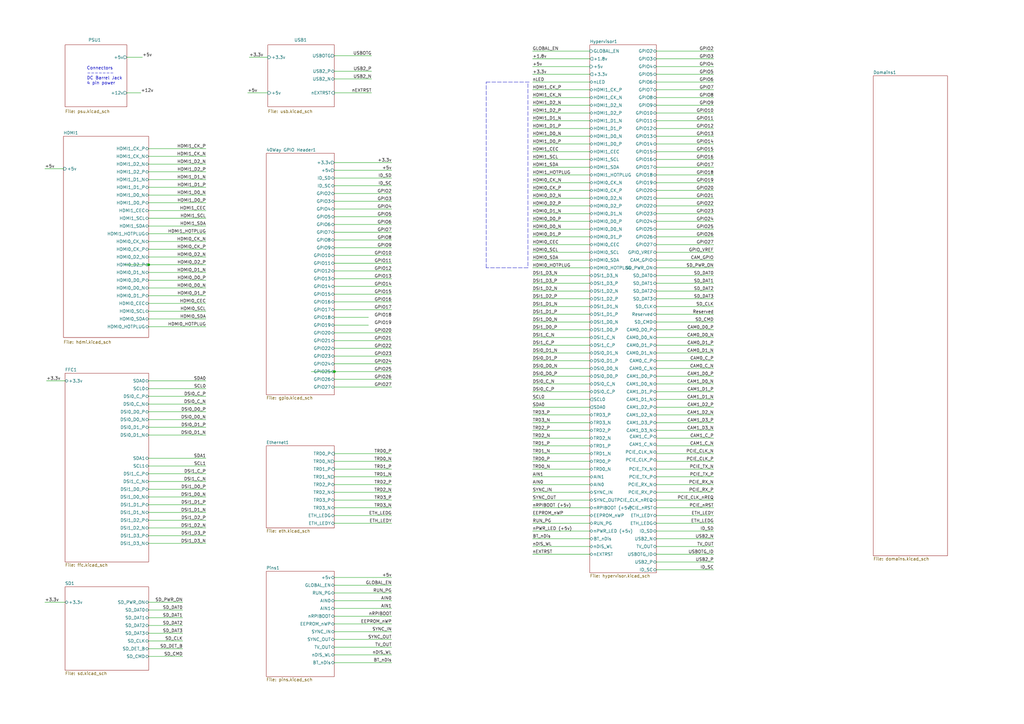
<source format=kicad_sch>
(kicad_sch (version 20210126) (generator eeschema)
  (paper "A3")
  (lib_symbols)
  (junction (at 60.96 108.585) (diameter 0.9144))
  (junction (at 137.16 152.4) (diameter 0.9144))
  (wire (pts (xy 18.415 69.215) (xy 26.035 69.215)))
  (wire (pts (xy 18.415 247.015) (xy 26.67 247.015)))
  (wire (pts (xy 19.05 156.21) (xy 26.67 156.21)))
  (wire (pts (xy 51.435 108.585) (xy 60.96 108.585)))
  (wire (pts (xy 52.07 23.495) (xy 58.42 23.495)))
  (wire (pts (xy 52.07 38.1) (xy 57.785 38.1)))
  (wire (pts (xy 60.96 60.96) (xy 84.455 60.96)))
  (wire (pts (xy 60.96 64.135) (xy 84.455 64.135)))
  (wire (pts (xy 60.96 67.31) (xy 84.455 67.31)))
  (wire (pts (xy 60.96 70.485) (xy 84.455 70.485)))
  (wire (pts (xy 60.96 73.66) (xy 84.455 73.66)))
  (wire (pts (xy 60.96 76.835) (xy 84.455 76.835)))
  (wire (pts (xy 60.96 80.01) (xy 84.455 80.01)))
  (wire (pts (xy 60.96 83.185) (xy 84.455 83.185)))
  (wire (pts (xy 60.96 86.36) (xy 84.455 86.36)))
  (wire (pts (xy 60.96 89.535) (xy 84.455 89.535)))
  (wire (pts (xy 60.96 92.71) (xy 84.455 92.71)))
  (wire (pts (xy 60.96 95.885) (xy 84.455 95.885)))
  (wire (pts (xy 60.96 99.06) (xy 84.455 99.06)))
  (wire (pts (xy 60.96 102.235) (xy 84.455 102.235)))
  (wire (pts (xy 60.96 105.41) (xy 84.455 105.41)))
  (wire (pts (xy 60.96 108.585) (xy 84.455 108.585)))
  (wire (pts (xy 60.96 111.76) (xy 84.455 111.76)))
  (wire (pts (xy 60.96 114.935) (xy 84.455 114.935)))
  (wire (pts (xy 60.96 118.11) (xy 84.455 118.11)))
  (wire (pts (xy 60.96 121.285) (xy 84.455 121.285)))
  (wire (pts (xy 60.96 124.46) (xy 84.455 124.46)))
  (wire (pts (xy 60.96 127.635) (xy 84.455 127.635)))
  (wire (pts (xy 60.96 130.81) (xy 84.455 130.81)))
  (wire (pts (xy 60.96 133.985) (xy 84.455 133.985)))
  (wire (pts (xy 60.96 156.21) (xy 84.455 156.21)))
  (wire (pts (xy 60.96 159.385) (xy 84.455 159.385)))
  (wire (pts (xy 60.96 162.56) (xy 84.455 162.56)))
  (wire (pts (xy 60.96 165.735) (xy 84.455 165.735)))
  (wire (pts (xy 60.96 168.91) (xy 84.455 168.91)))
  (wire (pts (xy 60.96 172.085) (xy 84.455 172.085)))
  (wire (pts (xy 60.96 175.26) (xy 84.455 175.26)))
  (wire (pts (xy 60.96 178.435) (xy 84.455 178.435)))
  (wire (pts (xy 60.96 187.96) (xy 84.455 187.96)))
  (wire (pts (xy 60.96 191.135) (xy 84.455 191.135)))
  (wire (pts (xy 60.96 194.31) (xy 84.455 194.31)))
  (wire (pts (xy 60.96 197.485) (xy 84.455 197.485)))
  (wire (pts (xy 60.96 200.66) (xy 84.455 200.66)))
  (wire (pts (xy 60.96 203.835) (xy 84.455 203.835)))
  (wire (pts (xy 60.96 207.01) (xy 84.455 207.01)))
  (wire (pts (xy 60.96 210.185) (xy 84.455 210.185)))
  (wire (pts (xy 60.96 213.36) (xy 84.455 213.36)))
  (wire (pts (xy 60.96 216.535) (xy 84.455 216.535)))
  (wire (pts (xy 60.96 219.71) (xy 84.455 219.71)))
  (wire (pts (xy 60.96 222.885) (xy 84.455 222.885)))
  (wire (pts (xy 60.96 247.015) (xy 74.93 247.015)))
  (wire (pts (xy 60.96 250.19) (xy 74.93 250.19)))
  (wire (pts (xy 60.96 253.365) (xy 74.93 253.365)))
  (wire (pts (xy 60.96 256.54) (xy 74.93 256.54)))
  (wire (pts (xy 60.96 259.715) (xy 74.93 259.715)))
  (wire (pts (xy 60.96 262.89) (xy 74.93 262.89)))
  (wire (pts (xy 60.96 266.065) (xy 74.93 266.065)))
  (wire (pts (xy 60.96 269.24) (xy 74.93 269.24)))
  (wire (pts (xy 101.6 38.1) (xy 109.855 38.1)))
  (wire (pts (xy 102.235 23.495) (xy 109.855 23.495)))
  (wire (pts (xy 127.635 152.4) (xy 137.16 152.4)))
  (wire (pts (xy 137.16 22.86) (xy 152.4 22.86)))
  (wire (pts (xy 137.16 29.21) (xy 152.4 29.21)))
  (wire (pts (xy 137.16 32.385) (xy 152.4 32.385)))
  (wire (pts (xy 137.16 38.1) (xy 152.4 38.1)))
  (wire (pts (xy 137.16 66.675) (xy 160.655 66.675)))
  (wire (pts (xy 137.16 69.85) (xy 160.655 69.85)))
  (wire (pts (xy 137.16 73.025) (xy 160.655 73.025)))
  (wire (pts (xy 137.16 76.2) (xy 160.655 76.2)))
  (wire (pts (xy 137.16 79.375) (xy 160.655 79.375)))
  (wire (pts (xy 137.16 82.55) (xy 160.655 82.55)))
  (wire (pts (xy 137.16 85.725) (xy 160.655 85.725)))
  (wire (pts (xy 137.16 88.9) (xy 160.655 88.9)))
  (wire (pts (xy 137.16 92.075) (xy 160.655 92.075)))
  (wire (pts (xy 137.16 95.25) (xy 160.655 95.25)))
  (wire (pts (xy 137.16 98.425) (xy 160.655 98.425)))
  (wire (pts (xy 137.16 101.6) (xy 160.655 101.6)))
  (wire (pts (xy 137.16 104.775) (xy 160.655 104.775)))
  (wire (pts (xy 137.16 107.95) (xy 160.655 107.95)))
  (wire (pts (xy 137.16 111.125) (xy 160.655 111.125)))
  (wire (pts (xy 137.16 114.3) (xy 160.655 114.3)))
  (wire (pts (xy 137.16 117.475) (xy 160.655 117.475)))
  (wire (pts (xy 137.16 120.65) (xy 160.655 120.65)))
  (wire (pts (xy 137.16 123.825) (xy 160.655 123.825)))
  (wire (pts (xy 137.16 127) (xy 160.655 127)))
  (wire (pts (xy 137.16 130.175) (xy 151.13 130.175)))
  (wire (pts (xy 137.16 133.35) (xy 151.13 133.35)))
  (wire (pts (xy 137.16 136.525) (xy 160.655 136.525)))
  (wire (pts (xy 137.16 139.7) (xy 160.655 139.7)))
  (wire (pts (xy 137.16 142.875) (xy 160.655 142.875)))
  (wire (pts (xy 137.16 146.05) (xy 160.655 146.05)))
  (wire (pts (xy 137.16 149.225) (xy 160.655 149.225)))
  (wire (pts (xy 137.16 152.4) (xy 160.655 152.4)))
  (wire (pts (xy 137.16 155.575) (xy 160.655 155.575)))
  (wire (pts (xy 137.16 158.75) (xy 160.655 158.75)))
  (wire (pts (xy 137.16 186.055) (xy 160.655 186.055)))
  (wire (pts (xy 137.16 189.23) (xy 160.655 189.23)))
  (wire (pts (xy 137.16 192.405) (xy 160.655 192.405)))
  (wire (pts (xy 137.16 195.58) (xy 160.655 195.58)))
  (wire (pts (xy 137.16 198.755) (xy 160.655 198.755)))
  (wire (pts (xy 137.16 201.93) (xy 160.655 201.93)))
  (wire (pts (xy 137.16 205.105) (xy 160.655 205.105)))
  (wire (pts (xy 137.16 208.28) (xy 160.655 208.28)))
  (wire (pts (xy 137.16 211.455) (xy 160.655 211.455)))
  (wire (pts (xy 137.16 214.63) (xy 160.655 214.63)))
  (wire (pts (xy 137.16 236.855) (xy 160.655 236.855)))
  (wire (pts (xy 137.16 240.03) (xy 160.655 240.03)))
  (wire (pts (xy 137.16 243.205) (xy 160.655 243.205)))
  (wire (pts (xy 137.16 246.38) (xy 160.655 246.38)))
  (wire (pts (xy 137.16 249.555) (xy 160.655 249.555)))
  (wire (pts (xy 137.16 252.73) (xy 160.655 252.73)))
  (wire (pts (xy 137.16 255.905) (xy 160.655 255.905)))
  (wire (pts (xy 137.16 259.08) (xy 160.655 259.08)))
  (wire (pts (xy 137.16 262.255) (xy 160.655 262.255)))
  (wire (pts (xy 137.16 265.43) (xy 160.655 265.43)))
  (wire (pts (xy 137.16 268.605) (xy 160.655 268.605)))
  (wire (pts (xy 137.16 271.78) (xy 160.655 271.78)))
  (wire (pts (xy 218.44 227.33) (xy 241.935 227.33)))
  (wire (pts (xy 241.935 20.955) (xy 218.44 20.955)))
  (wire (pts (xy 241.935 24.13) (xy 218.44 24.13)))
  (wire (pts (xy 241.935 27.305) (xy 218.44 27.305)))
  (wire (pts (xy 241.935 30.48) (xy 218.44 30.48)))
  (wire (pts (xy 241.935 33.655) (xy 218.44 33.655)))
  (wire (pts (xy 241.935 36.83) (xy 218.44 36.83)))
  (wire (pts (xy 241.935 40.005) (xy 218.44 40.005)))
  (wire (pts (xy 241.935 43.18) (xy 218.44 43.18)))
  (wire (pts (xy 241.935 46.355) (xy 218.44 46.355)))
  (wire (pts (xy 241.935 49.53) (xy 218.44 49.53)))
  (wire (pts (xy 241.935 52.705) (xy 218.44 52.705)))
  (wire (pts (xy 241.935 55.88) (xy 218.44 55.88)))
  (wire (pts (xy 241.935 59.055) (xy 218.44 59.055)))
  (wire (pts (xy 241.935 62.23) (xy 218.44 62.23)))
  (wire (pts (xy 241.935 65.405) (xy 218.44 65.405)))
  (wire (pts (xy 241.935 68.58) (xy 218.44 68.58)))
  (wire (pts (xy 241.935 71.755) (xy 218.44 71.755)))
  (wire (pts (xy 241.935 74.93) (xy 218.44 74.93)))
  (wire (pts (xy 241.935 78.105) (xy 218.44 78.105)))
  (wire (pts (xy 241.935 81.28) (xy 218.44 81.28)))
  (wire (pts (xy 241.935 84.455) (xy 218.44 84.455)))
  (wire (pts (xy 241.935 87.63) (xy 218.44 87.63)))
  (wire (pts (xy 241.935 90.805) (xy 218.44 90.805)))
  (wire (pts (xy 241.935 93.98) (xy 218.44 93.98)))
  (wire (pts (xy 241.935 97.155) (xy 218.44 97.155)))
  (wire (pts (xy 241.935 100.33) (xy 218.44 100.33)))
  (wire (pts (xy 241.935 103.505) (xy 218.44 103.505)))
  (wire (pts (xy 241.935 106.68) (xy 218.44 106.68)))
  (wire (pts (xy 241.935 109.855) (xy 218.44 109.855)))
  (wire (pts (xy 241.935 113.03) (xy 218.44 113.03)))
  (wire (pts (xy 241.935 116.205) (xy 218.44 116.205)))
  (wire (pts (xy 241.935 119.38) (xy 218.44 119.38)))
  (wire (pts (xy 241.935 122.555) (xy 218.44 122.555)))
  (wire (pts (xy 241.935 125.73) (xy 218.44 125.73)))
  (wire (pts (xy 241.935 128.905) (xy 218.44 128.905)))
  (wire (pts (xy 241.935 132.08) (xy 218.44 132.08)))
  (wire (pts (xy 241.935 135.255) (xy 218.44 135.255)))
  (wire (pts (xy 241.935 138.43) (xy 218.44 138.43)))
  (wire (pts (xy 241.935 141.605) (xy 218.44 141.605)))
  (wire (pts (xy 241.935 144.78) (xy 218.44 144.78)))
  (wire (pts (xy 241.935 147.955) (xy 218.44 147.955)))
  (wire (pts (xy 241.935 151.13) (xy 218.44 151.13)))
  (wire (pts (xy 241.935 154.305) (xy 218.44 154.305)))
  (wire (pts (xy 241.935 157.48) (xy 218.44 157.48)))
  (wire (pts (xy 241.935 160.655) (xy 218.44 160.655)))
  (wire (pts (xy 241.935 163.83) (xy 218.44 163.83)))
  (wire (pts (xy 241.935 167.005) (xy 218.44 167.005)))
  (wire (pts (xy 241.935 170.18) (xy 218.44 170.18)))
  (wire (pts (xy 241.935 173.355) (xy 218.44 173.355)))
  (wire (pts (xy 241.935 176.53) (xy 218.44 176.53)))
  (wire (pts (xy 241.935 179.705) (xy 218.44 179.705)))
  (wire (pts (xy 241.935 182.88) (xy 218.44 182.88)))
  (wire (pts (xy 241.935 186.055) (xy 218.44 186.055)))
  (wire (pts (xy 241.935 189.23) (xy 218.44 189.23)))
  (wire (pts (xy 241.935 192.405) (xy 218.44 192.405)))
  (wire (pts (xy 241.935 195.58) (xy 218.44 195.58)))
  (wire (pts (xy 241.935 198.755) (xy 218.44 198.755)))
  (wire (pts (xy 241.935 201.93) (xy 218.44 201.93)))
  (wire (pts (xy 241.935 205.105) (xy 218.44 205.105)))
  (wire (pts (xy 241.935 208.28) (xy 218.44 208.28)))
  (wire (pts (xy 241.935 211.455) (xy 218.44 211.455)))
  (wire (pts (xy 241.935 214.63) (xy 218.44 214.63)))
  (wire (pts (xy 241.935 217.805) (xy 218.44 217.805)))
  (wire (pts (xy 241.935 220.98) (xy 218.44 220.98)))
  (wire (pts (xy 241.935 224.155) (xy 218.44 224.155)))
  (wire (pts (xy 269.24 20.955) (xy 292.735 20.955)))
  (wire (pts (xy 269.24 24.13) (xy 292.735 24.13)))
  (wire (pts (xy 269.24 27.305) (xy 292.735 27.305)))
  (wire (pts (xy 269.24 30.48) (xy 292.735 30.48)))
  (wire (pts (xy 269.24 33.655) (xy 292.735 33.655)))
  (wire (pts (xy 269.24 36.83) (xy 292.735 36.83)))
  (wire (pts (xy 269.24 40.005) (xy 292.735 40.005)))
  (wire (pts (xy 269.24 43.18) (xy 292.735 43.18)))
  (wire (pts (xy 269.24 46.355) (xy 292.735 46.355)))
  (wire (pts (xy 269.24 49.53) (xy 292.735 49.53)))
  (wire (pts (xy 269.24 52.705) (xy 292.735 52.705)))
  (wire (pts (xy 269.24 55.88) (xy 292.735 55.88)))
  (wire (pts (xy 269.24 59.055) (xy 292.735 59.055)))
  (wire (pts (xy 269.24 62.23) (xy 292.735 62.23)))
  (wire (pts (xy 269.24 65.405) (xy 292.735 65.405)))
  (wire (pts (xy 269.24 68.58) (xy 292.735 68.58)))
  (wire (pts (xy 269.24 71.755) (xy 292.735 71.755)))
  (wire (pts (xy 269.24 74.93) (xy 292.735 74.93)))
  (wire (pts (xy 269.24 78.105) (xy 292.735 78.105)))
  (wire (pts (xy 269.24 81.28) (xy 292.735 81.28)))
  (wire (pts (xy 269.24 84.455) (xy 292.735 84.455)))
  (wire (pts (xy 269.24 87.63) (xy 292.735 87.63)))
  (wire (pts (xy 269.24 90.805) (xy 292.735 90.805)))
  (wire (pts (xy 269.24 93.98) (xy 292.735 93.98)))
  (wire (pts (xy 269.24 97.155) (xy 292.735 97.155)))
  (wire (pts (xy 269.24 100.33) (xy 292.735 100.33)))
  (wire (pts (xy 269.24 103.505) (xy 292.735 103.505)))
  (wire (pts (xy 269.24 106.68) (xy 292.735 106.68)))
  (wire (pts (xy 269.24 109.855) (xy 292.735 109.855)))
  (wire (pts (xy 269.24 113.03) (xy 292.735 113.03)))
  (wire (pts (xy 269.24 116.205) (xy 292.735 116.205)))
  (wire (pts (xy 269.24 119.38) (xy 292.735 119.38)))
  (wire (pts (xy 269.24 122.555) (xy 292.735 122.555)))
  (wire (pts (xy 269.24 125.73) (xy 292.735 125.73)))
  (wire (pts (xy 269.24 128.905) (xy 292.735 128.905)))
  (wire (pts (xy 269.24 132.08) (xy 292.735 132.08)))
  (wire (pts (xy 269.24 135.255) (xy 292.735 135.255)))
  (wire (pts (xy 269.24 138.43) (xy 292.735 138.43)))
  (wire (pts (xy 269.24 141.605) (xy 292.735 141.605)))
  (wire (pts (xy 269.24 144.78) (xy 292.735 144.78)))
  (wire (pts (xy 269.24 147.955) (xy 292.735 147.955)))
  (wire (pts (xy 269.24 151.13) (xy 292.735 151.13)))
  (wire (pts (xy 269.24 154.305) (xy 292.735 154.305)))
  (wire (pts (xy 269.24 157.48) (xy 292.735 157.48)))
  (wire (pts (xy 269.24 160.655) (xy 292.735 160.655)))
  (wire (pts (xy 269.24 163.83) (xy 292.735 163.83)))
  (wire (pts (xy 269.24 167.005) (xy 292.735 167.005)))
  (wire (pts (xy 269.24 170.18) (xy 292.735 170.18)))
  (wire (pts (xy 269.24 173.355) (xy 292.735 173.355)))
  (wire (pts (xy 269.24 176.53) (xy 292.735 176.53)))
  (wire (pts (xy 269.24 179.705) (xy 292.735 179.705)))
  (wire (pts (xy 269.24 182.88) (xy 292.735 182.88)))
  (wire (pts (xy 269.24 186.055) (xy 292.735 186.055)))
  (wire (pts (xy 269.24 189.23) (xy 292.735 189.23)))
  (wire (pts (xy 269.24 192.405) (xy 292.735 192.405)))
  (wire (pts (xy 269.24 195.58) (xy 292.735 195.58)))
  (wire (pts (xy 269.24 198.755) (xy 292.735 198.755)))
  (wire (pts (xy 269.24 201.93) (xy 292.735 201.93)))
  (wire (pts (xy 269.24 205.105) (xy 292.735 205.105)))
  (wire (pts (xy 269.24 208.28) (xy 292.735 208.28)))
  (wire (pts (xy 269.24 211.455) (xy 292.735 211.455)))
  (wire (pts (xy 269.24 214.63) (xy 292.735 214.63)))
  (wire (pts (xy 269.24 217.805) (xy 292.735 217.805)))
  (wire (pts (xy 269.24 220.98) (xy 292.735 220.98)))
  (wire (pts (xy 269.24 224.155) (xy 292.735 224.155)))
  (wire (pts (xy 269.24 227.33) (xy 292.735 227.33)))
  (wire (pts (xy 269.24 230.505) (xy 292.735 230.505)))
  (wire (pts (xy 269.24 233.68) (xy 292.735 233.68)))
  (polyline (pts (xy 199.39 33.655) (xy 217.17 33.655)) (stroke (width 0) (type dash)))
  (polyline (pts (xy 199.39 109.855) (xy 199.39 33.655)) (stroke (width 0) (type dash)))
  (polyline (pts (xy 216.535 34.29) (xy 216.535 109.855)) (stroke (width 0) (type dash)))
  (polyline (pts (xy 216.535 109.855) (xy 199.39 109.855)) (stroke (width 0) (type dash)))
  (text "Connectors\n-------\nDC Barrel Jack\n4 pin power" (at 35.56 34.925 0) (effects (font (size 1.27 1.27)) (justify left bottom)))
  (label "+5v" (at 18.415 69.215 0))
  (label "+3.3v" (at 18.415 247.015 0))
  (label "+3.3v" (at 19.05 156.21 0))
  (label "+12v" (at 57.785 38.1 0))
  (label "+5v" (at 58.42 23.495 0))
  (label "SD_PWR_ON" (at 74.93 247.015 180))
  (label "SD_DAT0" (at 74.93 250.19 180))
  (label "SD_DAT1" (at 74.93 253.365 180))
  (label "SD_DAT2" (at 74.93 256.54 180))
  (label "SD_DAT3" (at 74.93 259.715 180))
  (label "SD_CLK" (at 74.93 262.89 180))
  (label "SD_DET_B" (at 74.93 266.065 180))
  (label "SD_CMD" (at 74.93 269.24 180))
  (label "HDMI1_CK_P" (at 84.455 60.96 180))
  (label "HDMI1_CK_N" (at 84.455 64.135 180))
  (label "HDMI1_D2_N" (at 84.455 67.31 180))
  (label "HDMI1_D2_P" (at 84.455 70.485 180))
  (label "HDMI1_D1_N" (at 84.455 73.66 180))
  (label "HDMI1_D1_P" (at 84.455 76.835 180))
  (label "HDMI1_D0_N" (at 84.455 80.01 180))
  (label "HDMI1_D0_P" (at 84.455 83.185 180))
  (label "HDMI1_CEC" (at 84.455 86.36 180))
  (label "HDMI1_SCL" (at 84.455 89.535 180))
  (label "HDMI1_SDA" (at 84.455 92.71 180))
  (label "HDMI1_HOTPLUG" (at 84.455 95.885 180))
  (label "HDMI0_CK_N" (at 84.455 99.06 180))
  (label "HDMI0_CK_P" (at 84.455 102.235 180))
  (label "HDMI0_D2_N" (at 84.455 105.41 180))
  (label "HDMI0_D2_P" (at 84.455 108.585 180))
  (label "HDMI0_D1_N" (at 84.455 111.76 180))
  (label "HDMI0_D0_P" (at 84.455 114.935 180))
  (label "HDMI0_D0_N" (at 84.455 118.11 180))
  (label "HDMI0_D1_P" (at 84.455 121.285 180))
  (label "HDMI0_CEC" (at 84.455 124.46 180))
  (label "HDMI0_SCL" (at 84.455 127.635 180))
  (label "HDMI0_SDA" (at 84.455 130.81 180))
  (label "HDMI0_HOTPLUG" (at 84.455 133.985 180))
  (label "SDA0" (at 84.455 156.21 180))
  (label "SCL0" (at 84.455 159.385 180))
  (label "DSI0_C_P" (at 84.455 162.56 180))
  (label "DSI0_C_N" (at 84.455 165.735 180))
  (label "DSI0_D0_P" (at 84.455 168.91 180))
  (label "DSI0_D0_N" (at 84.455 172.085 180))
  (label "DSI0_D1_P" (at 84.455 175.26 180))
  (label "DSI0_D1_N" (at 84.455 178.435 180))
  (label "SDA1" (at 84.455 187.96 180))
  (label "SCL1" (at 84.455 191.135 180))
  (label "DSI1_C_P" (at 84.455 194.31 180))
  (label "DSI1_C_N" (at 84.455 197.485 180))
  (label "DSI1_D0_P" (at 84.455 200.66 180))
  (label "DSI1_D0_N" (at 84.455 203.835 180))
  (label "DSI1_D1_P" (at 84.455 207.01 180))
  (label "DSI1_D1_N" (at 84.455 210.185 180))
  (label "DSI1_D2_P" (at 84.455 213.36 180))
  (label "DSI1_D2_N" (at 84.455 216.535 180))
  (label "DSI1_D3_P" (at 84.455 219.71 180))
  (label "DSI1_D3_N" (at 84.455 222.885 180))
  (label "+5v" (at 101.6 38.1 0))
  (label "+3.3v" (at 102.235 23.495 0))
  (label "USBOTG" (at 152.4 22.86 180))
  (label "USB2_P" (at 152.4 29.21 180))
  (label "USB2_N" (at 152.4 32.385 180))
  (label "nEXTRST" (at 152.4 38.1 180))
  (label "+3.3v" (at 160.655 66.675 180))
  (label "+5v" (at 160.655 69.85 180))
  (label "ID_SD" (at 160.655 73.025 180))
  (label "ID_SC" (at 160.655 76.2 180))
  (label "GPIO2" (at 160.655 79.375 180))
  (label "GPIO3" (at 160.655 82.55 180))
  (label "GPIO4" (at 160.655 85.725 180))
  (label "GPIO5" (at 160.655 88.9 180))
  (label "GPIO6" (at 160.655 92.075 180))
  (label "GPIO7" (at 160.655 95.25 180))
  (label "GPIO8" (at 160.655 98.425 180))
  (label "GPIO9" (at 160.655 101.6 180))
  (label "GPIO10" (at 160.655 104.775 180))
  (label "GPIO11" (at 160.655 107.95 180))
  (label "GPIO12" (at 160.655 111.125 180))
  (label "GPIO13" (at 160.655 114.3 180))
  (label "GPIO14" (at 160.655 117.475 180))
  (label "GPIO15" (at 160.655 120.65 180))
  (label "GPIO16" (at 160.655 123.825 180))
  (label "GPIO17" (at 160.655 127 180))
  (label "GPIO18" (at 160.655 130.175 180))
  (label "GPIO19" (at 160.655 133.35 180))
  (label "GPIO20" (at 160.655 136.525 180))
  (label "GPIO21" (at 160.655 139.7 180))
  (label "GPIO22" (at 160.655 142.875 180))
  (label "GPIO23" (at 160.655 146.05 180))
  (label "GPIO24" (at 160.655 149.225 180))
  (label "GPIO25" (at 160.655 152.4 180))
  (label "GPIO26" (at 160.655 155.575 180))
  (label "GPIO27" (at 160.655 158.75 180))
  (label "TRD0_P" (at 160.655 186.055 180))
  (label "TRD0_N" (at 160.655 189.23 180))
  (label "TRD1_P" (at 160.655 192.405 180))
  (label "TRD1_N" (at 160.655 195.58 180))
  (label "TRD2_P" (at 160.655 198.755 180))
  (label "TRD2_N" (at 160.655 201.93 180))
  (label "TRD3_P" (at 160.655 205.105 180))
  (label "TRD3_N" (at 160.655 208.28 180))
  (label "ETH_LEDG" (at 160.655 211.455 180))
  (label "ETH_LEDY" (at 160.655 214.63 180))
  (label "+5v" (at 160.655 236.855 180))
  (label "GLOBAL_EN" (at 160.655 240.03 180))
  (label "RUN_PG" (at 160.655 243.205 180))
  (label "AIN0" (at 160.655 246.38 180))
  (label "AIN1" (at 160.655 249.555 180))
  (label "nRPIBOOT" (at 160.655 252.73 180))
  (label "EEPROM_nWP" (at 160.655 255.905 180))
  (label "SYNC_IN" (at 160.655 259.08 180))
  (label "SYNC_OUT" (at 160.655 262.255 180))
  (label "TV_OUT" (at 160.655 265.43 180))
  (label "nDIS_WL" (at 160.655 268.605 180))
  (label "BT_nDis" (at 160.655 271.78 180))
  (label "GLOBAL_EN" (at 218.44 20.955 0))
  (label "+1.8v" (at 218.44 24.13 0))
  (label "+5v" (at 218.44 27.305 0))
  (label "+3.3v" (at 218.44 30.48 0))
  (label "nLED" (at 218.44 33.655 0))
  (label "HDMI1_CK_P" (at 218.44 36.83 0))
  (label "HDMI1_CK_N" (at 218.44 40.005 0))
  (label "HDMI1_D2_N" (at 218.44 43.18 0))
  (label "HDMI1_D2_P" (at 218.44 46.355 0))
  (label "HDMI1_D1_N" (at 218.44 49.53 0))
  (label "HDMI1_D1_P" (at 218.44 52.705 0))
  (label "HDMI1_D0_N" (at 218.44 55.88 0))
  (label "HDMI1_D0_P" (at 218.44 59.055 0))
  (label "HDMI1_CEC" (at 218.44 62.23 0))
  (label "HDMI1_SCL" (at 218.44 65.405 0))
  (label "HDMI1_SDA" (at 218.44 68.58 0))
  (label "HDMI1_HOTPLUG" (at 218.44 71.755 0))
  (label "HDMI0_CK_N" (at 218.44 74.93 0))
  (label "HDMI0_CK_P" (at 218.44 78.105 0))
  (label "HDMI0_D2_N" (at 218.44 81.28 0))
  (label "HDMI0_D2_P" (at 218.44 84.455 0))
  (label "HDMI0_D1_N" (at 218.44 87.63 0))
  (label "HDMI0_D0_P" (at 218.44 90.805 0))
  (label "HDMI0_D0_N" (at 218.44 93.98 0))
  (label "HDMI0_D1_P" (at 218.44 97.155 0))
  (label "HDMI0_CEC" (at 218.44 100.33 0))
  (label "HDMI0_SCL" (at 218.44 103.505 0))
  (label "HDMI0_SDA" (at 218.44 106.68 0))
  (label "HDMI0_HOTPLUG" (at 218.44 109.855 0))
  (label "DSI1_D3_N" (at 218.44 113.03 0))
  (label "DSI1_D3_P" (at 218.44 116.205 0))
  (label "DSI1_D2_N" (at 218.44 119.38 0))
  (label "DSI1_D2_P" (at 218.44 122.555 0))
  (label "DSI1_D1_N" (at 218.44 125.73 0))
  (label "DSI1_D1_P" (at 218.44 128.905 0))
  (label "DSI1_D0_N" (at 218.44 132.08 0))
  (label "DSI1_D0_P" (at 218.44 135.255 0))
  (label "DSI1_C_N" (at 218.44 138.43 0))
  (label "DSI1_C_P" (at 218.44 141.605 0))
  (label "DSI0_D1_N" (at 218.44 144.78 0))
  (label "DSI0_D1_P" (at 218.44 147.955 0))
  (label "DSI0_D0_N" (at 218.44 151.13 0))
  (label "DSI0_D0_P" (at 218.44 154.305 0))
  (label "DSI0_C_N" (at 218.44 157.48 0))
  (label "DSI0_C_P" (at 218.44 160.655 0))
  (label "SCL0" (at 218.44 163.83 0))
  (label "SDA0" (at 218.44 167.005 0))
  (label "TRD3_P" (at 218.44 170.18 0))
  (label "TRD3_N" (at 218.44 173.355 0))
  (label "TRD2_P" (at 218.44 176.53 0))
  (label "TRD2_N" (at 218.44 179.705 0))
  (label "TRD1_P" (at 218.44 182.88 0))
  (label "TRD1_N" (at 218.44 186.055 0))
  (label "TRD0_P" (at 218.44 189.23 0))
  (label "TRD0_N" (at 218.44 192.405 0))
  (label "AIN1" (at 218.44 195.58 0))
  (label "AIN0" (at 218.44 198.755 0))
  (label "SYNC_IN" (at 218.44 201.93 0))
  (label "SYNC_OUT" (at 218.44 205.105 0))
  (label "nRPIBOOT (+5v)" (at 218.44 208.28 0))
  (label "EEPROM_nWP" (at 218.44 211.455 0))
  (label "RUN_PG" (at 218.44 214.63 0))
  (label "nPWR_LED (+5v)" (at 218.44 217.805 0))
  (label "BT_nDis" (at 218.44 220.98 0))
  (label "nDIS_WL" (at 218.44 224.155 0))
  (label "nEXTRST" (at 218.44 227.33 0))
  (label "GPIO2" (at 292.735 20.955 180))
  (label "GPIO3" (at 292.735 24.13 180))
  (label "GPIO4" (at 292.735 27.305 180))
  (label "GPIO5" (at 292.735 30.48 180))
  (label "GPIO6" (at 292.735 33.655 180))
  (label "GPIO7" (at 292.735 36.83 180))
  (label "GPIO8" (at 292.735 40.005 180))
  (label "GPIO9" (at 292.735 43.18 180))
  (label "GPIO10" (at 292.735 46.355 180))
  (label "GPIO11" (at 292.735 49.53 180))
  (label "GPIO12" (at 292.735 52.705 180))
  (label "GPIO13" (at 292.735 55.88 180))
  (label "GPIO14" (at 292.735 59.055 180))
  (label "GPIO15" (at 292.735 62.23 180))
  (label "GPIO16" (at 292.735 65.405 180))
  (label "GPIO17" (at 292.735 68.58 180))
  (label "GPIO18" (at 292.735 71.755 180))
  (label "GPIO19" (at 292.735 74.93 180))
  (label "GPIO20" (at 292.735 78.105 180))
  (label "GPIO21" (at 292.735 81.28 180))
  (label "GPIO22" (at 292.735 84.455 180))
  (label "GPIO23" (at 292.735 87.63 180))
  (label "GPIO24" (at 292.735 90.805 180))
  (label "GPIO25" (at 292.735 93.98 180))
  (label "GPIO26" (at 292.735 97.155 180))
  (label "GPIO27" (at 292.735 100.33 180))
  (label "GPIO_VREF" (at 292.735 103.505 180))
  (label "CAM_GPIO" (at 292.735 106.68 180))
  (label "SD_PWR_ON" (at 292.735 109.855 180))
  (label "SD_DAT0" (at 292.735 113.03 180))
  (label "SD_DAT1" (at 292.735 116.205 180))
  (label "SD_DAT2" (at 292.735 119.38 180))
  (label "SD_DAT3" (at 292.735 122.555 180))
  (label "SD_CLK" (at 292.735 125.73 180))
  (label "Reserved" (at 292.735 128.905 180))
  (label "SD_CMD" (at 292.735 132.08 180))
  (label "CAM0_D0_P" (at 292.735 135.255 180))
  (label "CAM0_D0_N" (at 292.735 138.43 180))
  (label "CAM0_D1_P" (at 292.735 141.605 180))
  (label "CAM0_D1_N" (at 292.735 144.78 180))
  (label "CAM0_C_P" (at 292.735 147.955 180))
  (label "CAM0_C_N" (at 292.735 151.13 180))
  (label "CAM1_D0_P" (at 292.735 154.305 180))
  (label "CAM1_D0_N" (at 292.735 157.48 180))
  (label "CAM1_D1_P" (at 292.735 160.655 180))
  (label "CAM1_D1_N" (at 292.735 163.83 180))
  (label "CAM1_D2_P" (at 292.735 167.005 180))
  (label "CAM1_D2_N" (at 292.735 170.18 180))
  (label "CAM1_D3_P" (at 292.735 173.355 180))
  (label "CAM1_D3_N" (at 292.735 176.53 180))
  (label "CAM1_C_P" (at 292.735 179.705 180))
  (label "CAM1_C_N" (at 292.735 182.88 180))
  (label "PCIE_CLK_N" (at 292.735 186.055 180))
  (label "PCIE_CLK_P" (at 292.735 189.23 180))
  (label "PCIE_TX_N" (at 292.735 192.405 180))
  (label "PCIE_TX_P" (at 292.735 195.58 180))
  (label "PCIE_RX_N" (at 292.735 198.755 180))
  (label "PCIE_RX_P" (at 292.735 201.93 180))
  (label "PCIE_CLK_nREQ" (at 292.735 205.105 180))
  (label "PCIE_nRST" (at 292.735 208.28 180))
  (label "ETH_LEDY" (at 292.735 211.455 180))
  (label "ETH_LEDG" (at 292.735 214.63 180))
  (label "ID_SD" (at 292.735 217.805 180))
  (label "USB2_N" (at 292.735 220.98 180))
  (label "TV_OUT" (at 292.735 224.155 180))
  (label "USBOTG_ID" (at 292.735 227.33 180))
  (label "USB2_P" (at 292.735 230.505 180))
  (label "ID_SC" (at 292.735 233.68 180))
  (sheet (at 109.22 62.865) (size 27.94 99.06) (stroke (width 0.0006))
    (property "Sheet name" "40Way GPIO Header1" (at 109.22 62.2293 0) (effects (justify left bottom)))
    (property "Sheet file" "gpio.kicad_sch" (at 109.22 162.4337 0) (effects (justify left top)))
    (pin "ID_SD" bidirectional (at 137.16 73.025 0))
    (pin "GPIO5" bidirectional (at 137.16 88.9 0))
    (pin "GPIO13" bidirectional (at 137.16 114.3 0))
    (pin "GPIO19" bidirectional (at 137.16 133.35 0))
    (pin "GPIO6" bidirectional (at 137.16 92.075 0))
    (pin "GPIO11" bidirectional (at 137.16 107.95 0))
    (pin "GPIO3" bidirectional (at 137.16 82.55 0))
    (pin "GPIO4" bidirectional (at 137.16 85.725 0))
    (pin "GPIO17" bidirectional (at 137.16 127 0))
    (pin "GPIO27" bidirectional (at 137.16 158.75 0))
    (pin "GPIO22" bidirectional (at 137.16 142.875 0))
    (pin "GPIO10" bidirectional (at 137.16 104.775 0))
    (pin "GPIO9" bidirectional (at 137.16 101.6 0))
    (pin "GPIO26" bidirectional (at 137.16 155.575 0))
    (pin "GPIO21" bidirectional (at 137.16 139.7 0))
    (pin "GPIO2" bidirectional (at 137.16 79.375 0))
    (pin "+3.3v" output (at 137.16 66.675 0))
    (pin "GPIO20" bidirectional (at 137.16 136.525 0))
    (pin "GPIO16" bidirectional (at 137.16 123.825 0))
    (pin "GPIO12" bidirectional (at 137.16 111.125 0))
    (pin "+5v" output (at 137.16 69.85 0))
    (pin "GPIO14" bidirectional (at 137.16 117.475 0))
    (pin "GPIO23" bidirectional (at 137.16 146.05 0))
    (pin "GPIO18" bidirectional (at 137.16 130.175 0))
    (pin "GPIO15" bidirectional (at 137.16 120.65 0))
    (pin "GPIO24" bidirectional (at 137.16 149.225 0))
    (pin "GPIO25" bidirectional (at 137.16 152.4 0))
    (pin "GPIO8" bidirectional (at 137.16 98.425 0))
    (pin "ID_SC" bidirectional (at 137.16 76.2 0))
    (pin "GPIO7" bidirectional (at 137.16 95.25 0))
  )
  (sheet (at 358.14 31.115) (size 30.48 196.85) (stroke (width 0.0006))
    (property "Sheet name" "Domains1" (at 358.14 30.4793 0) (effects (justify left bottom)))
    (property "Sheet file" "domains.kicad_sch" (at 358.14 228.4737 0) (effects (justify left top)))
  )
  (sheet (at 109.22 182.88) (size 27.94 33.655) (stroke (width 0.0006))
    (property "Sheet name" "Ethernet1" (at 109.22 182.2443 0) (effects (justify left bottom)))
    (property "Sheet file" "eth.kicad_sch" (at 109.22 217.0437 0) (effects (justify left top)))
    (pin "TRD1_N" output (at 137.16 195.58 0))
    (pin "TRD0_N" output (at 137.16 189.23 0))
    (pin "TRD2_P" bidirectional (at 137.16 198.755 0))
    (pin "TRD1_P" input (at 137.16 192.405 0))
    (pin "TRD0_P" input (at 137.16 186.055 0))
    (pin "TRD2_N" bidirectional (at 137.16 201.93 0))
    (pin "TRD3_P" bidirectional (at 137.16 205.105 0))
    (pin "ETH_LEDG" bidirectional (at 137.16 211.455 0))
    (pin "ETH_LEDY" bidirectional (at 137.16 214.63 0))
    (pin "TRD3_N" bidirectional (at 137.16 208.28 0))
  )
  (sheet (at 26.67 153.035) (size 34.29 77.47) (stroke (width 0.0006))
    (property "Sheet name" "FFC1" (at 26.67 152.3993 0) (effects (justify left bottom)))
    (property "Sheet file" "ffc.kicad_sch" (at 26.67 231.0137 0) (effects (justify left top)))
    (pin "DSI0_D1_P" bidirectional (at 60.96 175.26 0))
    (pin "DSI0_D0_N" bidirectional (at 60.96 172.085 0))
    (pin "DSI0_D1_N" bidirectional (at 60.96 178.435 0))
    (pin "DSI0_D0_P" bidirectional (at 60.96 168.91 0))
    (pin "DSI1_D2_P" bidirectional (at 60.96 213.36 0))
    (pin "SCL0" bidirectional (at 60.96 159.385 0))
    (pin "DSI1_D3_P" bidirectional (at 60.96 219.71 0))
    (pin "DSI1_D3_N" bidirectional (at 60.96 222.885 0))
    (pin "DSI1_D2_N" bidirectional (at 60.96 216.535 0))
    (pin "SDA0" bidirectional (at 60.96 156.21 0))
    (pin "DSI0_C_P" bidirectional (at 60.96 162.56 0))
    (pin "DSI0_C_N" bidirectional (at 60.96 165.735 0))
    (pin "SCL1" bidirectional (at 60.96 191.135 0))
    (pin "SDA1" bidirectional (at 60.96 187.96 0))
    (pin "+3.3v" bidirectional (at 26.67 156.21 180))
    (pin "DSI1_D1_P" bidirectional (at 60.96 207.01 0))
    (pin "DSI1_D1_N" bidirectional (at 60.96 210.185 0))
    (pin "DSI1_D0_P" bidirectional (at 60.96 200.66 0))
    (pin "DSI1_C_N" bidirectional (at 60.96 197.485 0))
    (pin "DSI1_C_P" bidirectional (at 60.96 194.31 0))
    (pin "DSI1_D0_N" bidirectional (at 60.96 203.835 0))
  )
  (sheet (at 26.035 55.88) (size 34.925 82.55) (stroke (width 0.0006))
    (property "Sheet name" "HDMI1" (at 26.035 55.2443 0) (effects (justify left bottom)))
    (property "Sheet file" "hdmi.kicad_sch" (at 26.035 139.5737 0) (effects (justify left top)))
    (pin "HDMI0_D2_N" bidirectional (at 60.96 105.41 0))
    (pin "HDMI0_CEC" bidirectional (at 60.96 124.46 0))
    (pin "HDMI0_D1_N" bidirectional (at 60.96 111.76 0))
    (pin "HDMI0_D0_N" bidirectional (at 60.96 118.11 0))
    (pin "HDMI0_CK_P" bidirectional (at 60.96 102.235 0))
    (pin "HDMI0_D1_P" bidirectional (at 60.96 121.285 0))
    (pin "HDMI0_D0_P" bidirectional (at 60.96 114.935 0))
    (pin "HDMI0_HOTPLUG" bidirectional (at 60.96 133.985 0))
    (pin "HDMI0_SCL" bidirectional (at 60.96 127.635 0))
    (pin "HDMI0_SDA" bidirectional (at 60.96 130.81 0))
    (pin "HDMI0_CK_N" bidirectional (at 60.96 99.06 0))
    (pin "HDMI0_D2_P" bidirectional (at 60.96 108.585 0))
    (pin "HDMI1_D1_P" bidirectional (at 60.96 76.835 0))
    (pin "HDMI1_D1_N" bidirectional (at 60.96 73.66 0))
    (pin "HDMI1_CK_N" bidirectional (at 60.96 64.135 0))
    (pin "HDMI1_HOTPLUG" bidirectional (at 60.96 95.885 0))
    (pin "HDMI1_SCL" bidirectional (at 60.96 89.535 0))
    (pin "HDMI1_SDA" bidirectional (at 60.96 92.71 0))
    (pin "HDMI1_CEC" bidirectional (at 60.96 86.36 0))
    (pin "HDMI1_D2_P" bidirectional (at 60.96 70.485 0))
    (pin "HDMI1_D0_P" bidirectional (at 60.96 83.185 0))
    (pin "HDMI1_D0_N" bidirectional (at 60.96 80.01 0))
    (pin "HDMI1_CK_P" bidirectional (at 60.96 60.96 0))
    (pin "HDMI1_D2_N" bidirectional (at 60.96 67.31 0))
    (pin "+5v" input (at 26.035 69.215 180))
  )
  (sheet (at 241.935 18.415) (size 27.305 216.535) (stroke (width 0.0006))
    (property "Sheet name" "Hypervisor1" (at 241.935 17.7793 0) (effects (justify left bottom)))
    (property "Sheet file" "hypervisor.kicad_sch" (at 241.935 235.4587 0) (effects (justify left top)))
    (pin "HDMI1_HOTPLUG" bidirectional (at 241.935 71.755 180))
    (pin "HDMI1_D0_P" bidirectional (at 241.935 59.055 180))
    (pin "HDMI1_CEC" bidirectional (at 241.935 62.23 180))
    (pin "HDMI1_SDA" bidirectional (at 241.935 68.58 180))
    (pin "HDMI0_CK_N" bidirectional (at 241.935 74.93 180))
    (pin "HDMI1_SCL" bidirectional (at 241.935 65.405 180))
    (pin "HDMI0_D2_P" bidirectional (at 241.935 84.455 180))
    (pin "HDMI0_D1_N" bidirectional (at 241.935 87.63 180))
    (pin "HDMI0_D0_N" bidirectional (at 241.935 93.98 180))
    (pin "HDMI0_D2_N" bidirectional (at 241.935 81.28 180))
    (pin "HDMI0_CK_P" bidirectional (at 241.935 78.105 180))
    (pin "HDMI0_D0_P" bidirectional (at 241.935 90.805 180))
    (pin "HDMI0_D1_P" bidirectional (at 241.935 97.155 180))
    (pin "HDMI0_SCL" bidirectional (at 241.935 103.505 180))
    (pin "HDMI0_CEC" bidirectional (at 241.935 100.33 180))
    (pin "HDMI0_HOTPLUG" bidirectional (at 241.935 109.855 180))
    (pin "HDMI0_SDA" bidirectional (at 241.935 106.68 180))
    (pin "HDMI1_CK_N" bidirectional (at 241.935 40.005 180))
    (pin "HDMI1_D0_N" bidirectional (at 241.935 55.88 180))
    (pin "HDMI1_D1_P" bidirectional (at 241.935 52.705 180))
    (pin "HDMI1_D1_N" bidirectional (at 241.935 49.53 180))
    (pin "HDMI1_D2_N" bidirectional (at 241.935 43.18 180))
    (pin "HDMI1_D2_P" bidirectional (at 241.935 46.355 180))
    (pin "HDMI1_CK_P" bidirectional (at 241.935 36.83 180))
    (pin "nLED" bidirectional (at 241.935 33.655 180))
    (pin "+3.3v" output (at 241.935 30.48 180))
    (pin "+5v" input (at 241.935 27.305 180))
    (pin "+1.8v" output (at 241.935 24.13 180))
    (pin "GLOBAL_EN" input (at 241.935 20.955 180))
    (pin "TRD2_N" bidirectional (at 241.935 179.705 180))
    (pin "TRD3_N" bidirectional (at 241.935 173.355 180))
    (pin "SDA0" output (at 241.935 167.005 180))
    (pin "TRD2_P" bidirectional (at 241.935 176.53 180))
    (pin "TRD3_P" bidirectional (at 241.935 170.18 180))
    (pin "SCL0" output (at 241.935 163.83 180))
    (pin "DSI0_D0_P" bidirectional (at 241.935 154.305 180))
    (pin "DSI0_D0_N" bidirectional (at 241.935 151.13 180))
    (pin "DSI0_C_N" bidirectional (at 241.935 157.48 180))
    (pin "DSI0_C_P" bidirectional (at 241.935 160.655 180))
    (pin "DSI0_D1_P" bidirectional (at 241.935 147.955 180))
    (pin "DSI0_D1_N" bidirectional (at 241.935 144.78 180))
    (pin "DSI1_C_N" bidirectional (at 241.935 138.43 180))
    (pin "DSI1_D0_P" bidirectional (at 241.935 135.255 180))
    (pin "DSI1_C_P" bidirectional (at 241.935 141.605 180))
    (pin "DSI1_D0_N" bidirectional (at 241.935 132.08 180))
    (pin "DSI1_D1_P" bidirectional (at 241.935 128.905 180))
    (pin "DSI1_D1_N" bidirectional (at 241.935 125.73 180))
    (pin "DSI1_D2_P" bidirectional (at 241.935 122.555 180))
    (pin "DSI1_D2_N" bidirectional (at 241.935 119.38 180))
    (pin "DSI1_D3_P" bidirectional (at 241.935 116.205 180))
    (pin "DSI1_D3_N" bidirectional (at 241.935 113.03 180))
    (pin "AIN1" bidirectional (at 241.935 195.58 180))
    (pin "TRD1_N" bidirectional (at 241.935 186.055 180))
    (pin "TRD0_N" bidirectional (at 241.935 192.405 180))
    (pin "AIN0" bidirectional (at 241.935 198.755 180))
    (pin "TRD0_P" bidirectional (at 241.935 189.23 180))
    (pin "TRD1_P" bidirectional (at 241.935 182.88 180))
    (pin "EEPROM_nWP" bidirectional (at 241.935 211.455 180))
    (pin "SYNC_IN" bidirectional (at 241.935 201.93 180))
    (pin "SYNC_OUT" bidirectional (at 241.935 205.105 180))
    (pin "nRPIBOOT (+5v)" bidirectional (at 241.935 208.28 180))
    (pin "BT_nDis" bidirectional (at 241.935 220.98 180))
    (pin "RUN_PG" bidirectional (at 241.935 214.63 180))
    (pin "nPWR_LED (+5v)" bidirectional (at 241.935 217.805 180))
    (pin "nDIS_WL" bidirectional (at 241.935 224.155 180))
    (pin "nEXTRST" bidirectional (at 241.935 227.33 180))
    (pin "GPIO16" bidirectional (at 269.24 65.405 0))
    (pin "GPIO19" bidirectional (at 269.24 74.93 0))
    (pin "GPIO18" bidirectional (at 269.24 71.755 0))
    (pin "GPIO17" bidirectional (at 269.24 68.58 0))
    (pin "GPIO11" bidirectional (at 269.24 49.53 0))
    (pin "GPIO14" bidirectional (at 269.24 59.055 0))
    (pin "GPIO12" bidirectional (at 269.24 52.705 0))
    (pin "GPIO13" bidirectional (at 269.24 55.88 0))
    (pin "GPIO10" bidirectional (at 269.24 46.355 0))
    (pin "GPIO15" bidirectional (at 269.24 62.23 0))
    (pin "GPIO9" bidirectional (at 269.24 43.18 0))
    (pin "GPIO21" bidirectional (at 269.24 81.28 0))
    (pin "GPIO22" bidirectional (at 269.24 84.455 0))
    (pin "GPIO24" bidirectional (at 269.24 90.805 0))
    (pin "GPIO23" bidirectional (at 269.24 87.63 0))
    (pin "GPIO20" bidirectional (at 269.24 78.105 0))
    (pin "GPIO25" bidirectional (at 269.24 93.98 0))
    (pin "GPIO4" bidirectional (at 269.24 27.305 0))
    (pin "GPIO6" bidirectional (at 269.24 33.655 0))
    (pin "GPIO5" bidirectional (at 269.24 30.48 0))
    (pin "GPIO2" bidirectional (at 269.24 20.955 0))
    (pin "GPIO3" bidirectional (at 269.24 24.13 0))
    (pin "GPIO7" bidirectional (at 269.24 36.83 0))
    (pin "GPIO8" bidirectional (at 269.24 40.005 0))
    (pin "SD_DAT0" bidirectional (at 269.24 113.03 0))
    (pin "SD_DAT1" bidirectional (at 269.24 116.205 0))
    (pin "SD_DAT2" bidirectional (at 269.24 119.38 0))
    (pin "SD_DAT3" bidirectional (at 269.24 122.555 0))
    (pin "SD_PWR_ON" bidirectional (at 269.24 109.855 0))
    (pin "SD_CLK" bidirectional (at 269.24 125.73 0))
    (pin "Reserved" bidirectional (at 269.24 128.905 0))
    (pin "SD_CMD" bidirectional (at 269.24 132.08 0))
    (pin "GPIO27" bidirectional (at 269.24 100.33 0))
    (pin "GPIO26" bidirectional (at 269.24 97.155 0))
    (pin "GPIO_VREF" bidirectional (at 269.24 103.505 0))
    (pin "CAM_GPIO" bidirectional (at 269.24 106.68 0))
    (pin "CAM1_D1_P" bidirectional (at 269.24 160.655 0))
    (pin "CAM1_D0_P" bidirectional (at 269.24 154.305 0))
    (pin "CAM1_D1_N" bidirectional (at 269.24 163.83 0))
    (pin "CAM1_D2_P" bidirectional (at 269.24 167.005 0))
    (pin "CAM1_D0_N" bidirectional (at 269.24 157.48 0))
    (pin "CAM1_D2_N" bidirectional (at 269.24 170.18 0))
    (pin "CAM0_C_P" bidirectional (at 269.24 147.955 0))
    (pin "CAM0_D1_P" bidirectional (at 269.24 141.605 0))
    (pin "CAM0_D1_N" bidirectional (at 269.24 144.78 0))
    (pin "CAM0_C_N" bidirectional (at 269.24 151.13 0))
    (pin "CAM0_D0_P" bidirectional (at 269.24 135.255 0))
    (pin "CAM0_D0_N" bidirectional (at 269.24 138.43 0))
    (pin "PCIE_RX_N" bidirectional (at 269.24 198.755 0))
    (pin "PCIE_RX_P" bidirectional (at 269.24 201.93 0))
    (pin "PCIE_CLK_nREQ" bidirectional (at 269.24 205.105 0))
    (pin "PCIE_TX_N" bidirectional (at 269.24 192.405 0))
    (pin "PCIE_TX_P" bidirectional (at 269.24 195.58 0))
    (pin "CAM1_C_N" bidirectional (at 269.24 182.245 0))
    (pin "PCIE_CLK_P" bidirectional (at 269.24 188.595 0))
    (pin "PCIE_CLK_N" bidirectional (at 269.24 185.42 0))
    (pin "CAM1_D3_N" bidirectional (at 269.24 176.53 0))
    (pin "CAM1_D3_P" bidirectional (at 269.24 173.355 0))
    (pin "CAM1_C_P" bidirectional (at 269.24 179.07 0))
    (pin "ETH_LEDG" bidirectional (at 269.24 214.63 0))
    (pin "ID_SD" bidirectional (at 269.24 217.805 0))
    (pin "ETH_LEDY" bidirectional (at 269.24 211.455 0))
    (pin "PCIE_nRST" bidirectional (at 269.24 208.28 0))
    (pin "USB2_N" bidirectional (at 269.24 220.98 0))
    (pin "TV_OUT" bidirectional (at 269.24 224.155 0))
    (pin "USBOTG_ID" bidirectional (at 269.24 227.33 0))
    (pin "USB2_P" bidirectional (at 269.24 230.505 0))
    (pin "ID_SC" bidirectional (at 269.24 233.68 0))
  )
  (sheet (at 26.67 18.415) (size 25.4 25.4) (stroke (width 0.0006))
    (property "Sheet name" "PSU1" (at 36.195 17.1443 0) (effects (justify left bottom)))
    (property "Sheet file" "psu.kicad_sch" (at 26.67 44.9587 0) (effects (justify left top)))
    (pin "+5v" output (at 52.07 23.495 0))
    (pin "+12v" output (at 52.07 38.1 0))
  )
  (sheet (at 109.22 234.315) (size 27.94 43.18) (stroke (width 0.0006))
    (property "Sheet name" "Pins1" (at 109.22 233.6793 0) (effects (justify left bottom)))
    (property "Sheet file" "pins.kicad_sch" (at 109.22 278.0037 0) (effects (justify left top)))
    (pin "AIN1" bidirectional (at 137.16 249.555 0))
    (pin "nRPIBOOT" bidirectional (at 137.16 252.73 0))
    (pin "GLOBAL_EN" bidirectional (at 137.16 240.03 0))
    (pin "+5v" bidirectional (at 137.16 236.855 0))
    (pin "AIN0" bidirectional (at 137.16 246.38 0))
    (pin "RUN_PG" bidirectional (at 137.16 243.205 0))
    (pin "EEPROM_nWP" bidirectional (at 137.16 255.905 0))
    (pin "SYNC_IN" bidirectional (at 137.16 259.08 0))
    (pin "SYNC_OUT" bidirectional (at 137.16 262.255 0))
    (pin "TV_OUT" bidirectional (at 137.16 265.43 0))
    (pin "nDIS_WL" bidirectional (at 137.16 268.605 0))
    (pin "BT_nDis" bidirectional (at 137.16 271.78 0))
  )
  (sheet (at 26.67 240.665) (size 34.29 34.29) (stroke (width 0.0006))
    (property "Sheet name" "SD1" (at 26.67 240.0293 0) (effects (justify left bottom)))
    (property "Sheet file" "sd.kicad_sch" (at 26.67 275.4637 0) (effects (justify left top)))
    (pin "SD_PWR_ON" bidirectional (at 60.96 247.015 0))
    (pin "SD_DAT1" bidirectional (at 60.96 253.365 0))
    (pin "SD_DAT0" bidirectional (at 60.96 250.19 0))
    (pin "SD_CLK" bidirectional (at 60.96 262.89 0))
    (pin "SD_DAT2" bidirectional (at 60.96 256.54 0))
    (pin "SD_DET_B" bidirectional (at 60.96 266.065 0))
    (pin "+3.3v" bidirectional (at 26.67 247.015 180))
    (pin "SD_CMD" bidirectional (at 60.96 269.24 0))
    (pin "SD_DAT3" bidirectional (at 60.96 259.715 0))
  )
  (sheet (at 109.855 18.415) (size 27.305 25.4) (stroke (width 0.0006))
    (property "Sheet name" "USB1" (at 120.65 17.1443 0) (effects (justify left bottom)))
    (property "Sheet file" "usb.kicad_sch" (at 109.855 44.9587 0) (effects (justify left top)))
    (pin "+3.3v" input (at 109.855 23.495 180))
    (pin "USBOTG" output (at 137.16 22.86 0))
    (pin "USB2_P" bidirectional (at 137.16 29.21 0))
    (pin "USB2_N" bidirectional (at 137.16 32.385 0))
    (pin "nEXTRST" input (at 137.16 38.1 0))
    (pin "+5v" input (at 109.855 38.1 180))
  )
)
</source>
